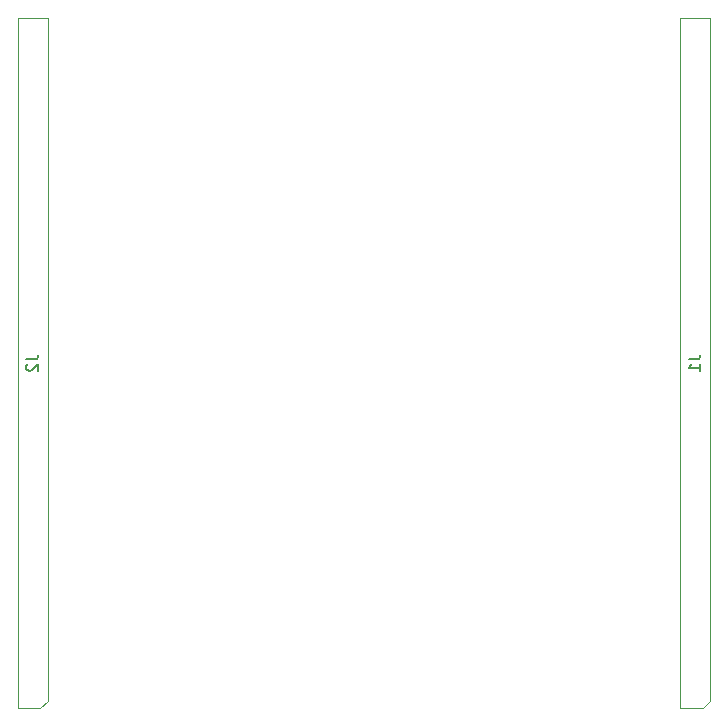
<source format=gbr>
%TF.GenerationSoftware,KiCad,Pcbnew,(6.0.11-0)*%
%TF.CreationDate,2023-07-11T17:26:53+12:00*%
%TF.ProjectId,controller,636f6e74-726f-46c6-9c65-722e6b696361,3.2*%
%TF.SameCoordinates,PX1c9c380PY1312d00*%
%TF.FileFunction,AssemblyDrawing,Bot*%
%FSLAX46Y46*%
G04 Gerber Fmt 4.6, Leading zero omitted, Abs format (unit mm)*
G04 Created by KiCad (PCBNEW (6.0.11-0)) date 2023-07-11 17:26:53*
%MOMM*%
%LPD*%
G01*
G04 APERTURE LIST*
%ADD10C,0.150000*%
%ADD11C,0.100000*%
G04 APERTURE END LIST*
D10*
%TO.C,J1*%
X105577380Y-126143666D02*
X106291666Y-126143666D01*
X106434523Y-126096047D01*
X106529761Y-126000809D01*
X106577380Y-125857952D01*
X106577380Y-125762714D01*
X106577380Y-127143666D02*
X106577380Y-126572238D01*
X106577380Y-126857952D02*
X105577380Y-126857952D01*
X105720238Y-126762714D01*
X105815476Y-126667476D01*
X105863095Y-126572238D01*
%TO.C,J2*%
X49515380Y-126143666D02*
X50229666Y-126143666D01*
X50372523Y-126096047D01*
X50467761Y-126000809D01*
X50515380Y-125857952D01*
X50515380Y-125762714D01*
X49610619Y-126572238D02*
X49563000Y-126619857D01*
X49515380Y-126715095D01*
X49515380Y-126953190D01*
X49563000Y-127048428D01*
X49610619Y-127096047D01*
X49705857Y-127143666D01*
X49801095Y-127143666D01*
X49943952Y-127096047D01*
X50515380Y-126524619D01*
X50515380Y-127143666D01*
D11*
%TO.C,J1*%
X107395000Y-97267000D02*
X104855000Y-97267000D01*
X104855000Y-155687000D02*
X106760000Y-155687000D01*
X104855000Y-97267000D02*
X104855000Y-155687000D01*
X107395000Y-155052000D02*
X107395000Y-97267000D01*
X106760000Y-155687000D02*
X107395000Y-155052000D01*
%TO.C,J2*%
X48793000Y-97267000D02*
X48793000Y-155687000D01*
X48793000Y-155687000D02*
X50698000Y-155687000D01*
X51333000Y-155052000D02*
X51333000Y-97267000D01*
X50698000Y-155687000D02*
X51333000Y-155052000D01*
X51333000Y-97267000D02*
X48793000Y-97267000D01*
%TD*%
M02*

</source>
